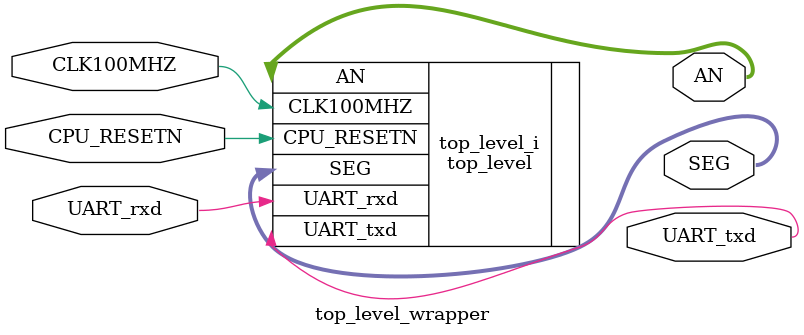
<source format=v>
`timescale 1 ps / 1 ps

module top_level_wrapper
   (AN,
    CLK100MHZ,
    CPU_RESETN,
    SEG,
    UART_rxd,
    UART_txd);
  output [7:0]AN;
  input CLK100MHZ;
  input CPU_RESETN;
  output [7:0]SEG;
  input UART_rxd;
  output UART_txd;

  wire [7:0]AN;
  wire CLK100MHZ;
  wire CPU_RESETN;
  wire [7:0]SEG;
  wire UART_rxd;
  wire UART_txd;

  top_level top_level_i
       (.AN(AN),
        .CLK100MHZ(CLK100MHZ),
        .CPU_RESETN(CPU_RESETN),
        .SEG(SEG),
        .UART_rxd(UART_rxd),
        .UART_txd(UART_txd));
endmodule

</source>
